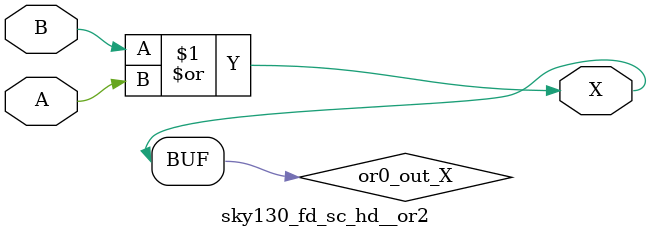
<source format=v>
module sky130_fd_sc_hd__or2 (
    X,
    A,
    B
);
    output X;
    input  A;
    input  B;
    wire or0_out_X;
    or  or0  (or0_out_X, B, A           );
    buf buf0 (X        , or0_out_X      );
endmodule
</source>
